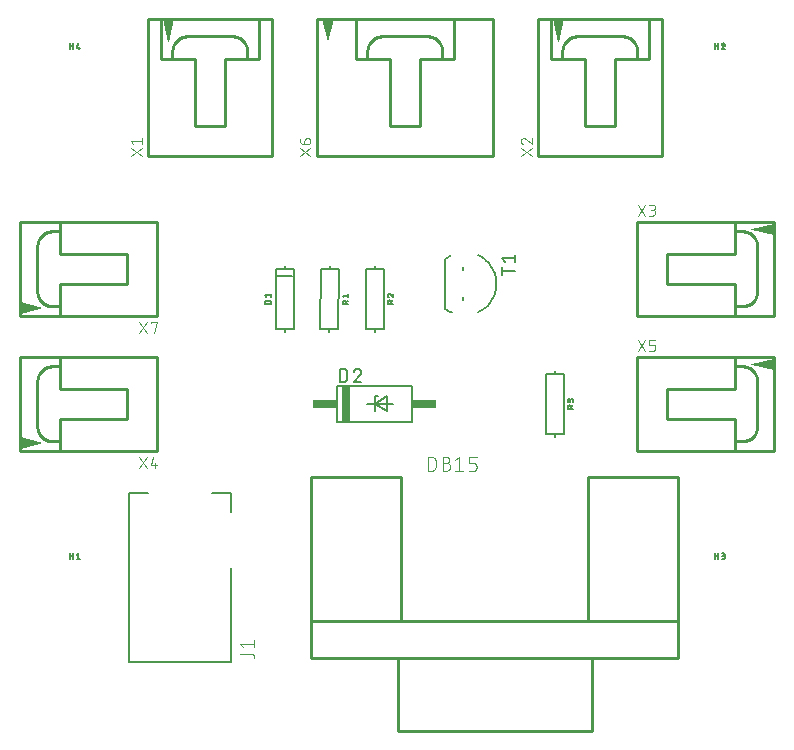
<source format=gbr>
G04 EAGLE Gerber X2 export*
%TF.Part,Single*%
%TF.FileFunction,Legend,Top,1*%
%TF.FilePolarity,Positive*%
%TF.GenerationSoftware,Autodesk,EAGLE,8.6.0*%
%TF.CreationDate,2018-02-20T16:43:01Z*%
G75*
%MOIN*%
%FSLAX34Y34*%
%LPD*%
%AMOC8*
5,1,8,0,0,1.08239X$1,22.5*%
G01*
%ADD10C,0.008000*%
%ADD11C,0.005000*%
%ADD12C,0.006000*%
%ADD13R,0.030000X0.120000*%
%ADD14R,0.080000X0.030000*%
%ADD15C,0.010000*%
%ADD16C,0.004000*%

G36*
X23315Y23616D02*
X23315Y23616D01*
X23316Y23616D01*
X23317Y23617D01*
X23319Y23618D01*
X23319Y23619D01*
X23320Y23619D01*
X23322Y23624D01*
X23322Y23625D01*
X23322Y24000D01*
X23321Y24002D01*
X23321Y24004D01*
X23320Y24004D01*
X23320Y24005D01*
X23319Y24006D01*
X23317Y24008D01*
X23316Y24009D01*
X23311Y24009D01*
X23310Y24009D01*
X22560Y23821D01*
X22559Y23821D01*
X22558Y23820D01*
X22556Y23819D01*
X22556Y23818D01*
X22555Y23818D01*
X22554Y23816D01*
X22553Y23814D01*
X22553Y23813D01*
X22554Y23811D01*
X22554Y23809D01*
X22554Y23808D01*
X22555Y23808D01*
X22555Y23807D01*
X22558Y23805D01*
X22559Y23804D01*
X22560Y23804D01*
X23310Y23616D01*
X23312Y23616D01*
X23314Y23616D01*
X23315Y23616D01*
G37*
G36*
X-1811Y20991D02*
X-1811Y20991D01*
X-1810Y20991D01*
X-1060Y21179D01*
X-1059Y21179D01*
X-1058Y21180D01*
X-1056Y21181D01*
X-1056Y21182D01*
X-1055Y21182D01*
X-1054Y21184D01*
X-1053Y21186D01*
X-1053Y21187D01*
X-1054Y21189D01*
X-1054Y21191D01*
X-1054Y21192D01*
X-1055Y21192D01*
X-1055Y21193D01*
X-1058Y21195D01*
X-1059Y21196D01*
X-1060Y21196D01*
X-1810Y21384D01*
X-1812Y21384D01*
X-1814Y21384D01*
X-1815Y21384D01*
X-1816Y21384D01*
X-1817Y21383D01*
X-1819Y21382D01*
X-1819Y21381D01*
X-1820Y21381D01*
X-1822Y21376D01*
X-1822Y21375D01*
X-1822Y21000D01*
X-1821Y20998D01*
X-1821Y20996D01*
X-1820Y20996D01*
X-1820Y20995D01*
X-1819Y20994D01*
X-1817Y20992D01*
X-1816Y20991D01*
X-1811Y20991D01*
X-1811Y20991D01*
G37*
G36*
X23315Y19116D02*
X23315Y19116D01*
X23316Y19116D01*
X23317Y19117D01*
X23319Y19118D01*
X23319Y19119D01*
X23320Y19119D01*
X23322Y19124D01*
X23322Y19125D01*
X23322Y19500D01*
X23321Y19502D01*
X23321Y19504D01*
X23320Y19504D01*
X23320Y19505D01*
X23319Y19506D01*
X23317Y19508D01*
X23316Y19509D01*
X23311Y19509D01*
X23310Y19509D01*
X22560Y19321D01*
X22559Y19321D01*
X22558Y19320D01*
X22556Y19319D01*
X22556Y19318D01*
X22555Y19318D01*
X22554Y19316D01*
X22553Y19314D01*
X22553Y19313D01*
X22554Y19311D01*
X22554Y19309D01*
X22554Y19308D01*
X22555Y19308D01*
X22555Y19307D01*
X22558Y19305D01*
X22559Y19304D01*
X22560Y19304D01*
X23310Y19116D01*
X23312Y19116D01*
X23314Y19116D01*
X23315Y19116D01*
G37*
G36*
X-1811Y16491D02*
X-1811Y16491D01*
X-1810Y16491D01*
X-1060Y16679D01*
X-1059Y16679D01*
X-1058Y16680D01*
X-1056Y16681D01*
X-1056Y16682D01*
X-1055Y16682D01*
X-1054Y16684D01*
X-1053Y16686D01*
X-1053Y16687D01*
X-1054Y16689D01*
X-1054Y16691D01*
X-1054Y16692D01*
X-1055Y16692D01*
X-1055Y16693D01*
X-1058Y16695D01*
X-1059Y16696D01*
X-1060Y16696D01*
X-1810Y16884D01*
X-1812Y16884D01*
X-1814Y16884D01*
X-1815Y16884D01*
X-1816Y16884D01*
X-1817Y16883D01*
X-1819Y16882D01*
X-1819Y16881D01*
X-1820Y16881D01*
X-1822Y16876D01*
X-1822Y16875D01*
X-1822Y16500D01*
X-1821Y16498D01*
X-1821Y16496D01*
X-1820Y16496D01*
X-1820Y16495D01*
X-1819Y16494D01*
X-1817Y16492D01*
X-1816Y16491D01*
X-1811Y16491D01*
X-1811Y16491D01*
G37*
G36*
X16127Y30054D02*
X16127Y30054D01*
X16129Y30054D01*
X16130Y30055D01*
X16133Y30058D01*
X16133Y30059D01*
X16134Y30060D01*
X16321Y30810D01*
X16321Y30812D01*
X16322Y30814D01*
X16321Y30815D01*
X16321Y30816D01*
X16320Y30817D01*
X16319Y30819D01*
X16318Y30820D01*
X16313Y30822D01*
X16312Y30822D01*
X15937Y30822D01*
X15936Y30821D01*
X15934Y30821D01*
X15933Y30820D01*
X15932Y30820D01*
X15931Y30819D01*
X15930Y30817D01*
X15929Y30816D01*
X15928Y30811D01*
X15929Y30811D01*
X15929Y30810D01*
X16116Y30060D01*
X16116Y30059D01*
X16118Y30058D01*
X16119Y30056D01*
X16119Y30055D01*
X16122Y30054D01*
X16124Y30053D01*
X16127Y30054D01*
G37*
G36*
X3127Y30054D02*
X3127Y30054D01*
X3129Y30054D01*
X3130Y30055D01*
X3133Y30058D01*
X3133Y30059D01*
X3134Y30060D01*
X3321Y30810D01*
X3321Y30812D01*
X3322Y30814D01*
X3321Y30815D01*
X3321Y30816D01*
X3320Y30817D01*
X3319Y30819D01*
X3318Y30820D01*
X3313Y30822D01*
X3312Y30822D01*
X2937Y30822D01*
X2936Y30821D01*
X2934Y30821D01*
X2933Y30820D01*
X2932Y30820D01*
X2931Y30819D01*
X2930Y30817D01*
X2929Y30816D01*
X2928Y30811D01*
X2929Y30811D01*
X2929Y30810D01*
X3116Y30060D01*
X3116Y30059D01*
X3118Y30058D01*
X3119Y30056D01*
X3119Y30055D01*
X3122Y30054D01*
X3124Y30053D01*
X3127Y30054D01*
G37*
G36*
X8439Y30054D02*
X8439Y30054D01*
X8441Y30054D01*
X8442Y30054D01*
X8442Y30055D01*
X8443Y30055D01*
X8445Y30058D01*
X8446Y30059D01*
X8446Y30060D01*
X8634Y30810D01*
X8634Y30812D01*
X8634Y30814D01*
X8634Y30815D01*
X8634Y30816D01*
X8633Y30817D01*
X8632Y30819D01*
X8631Y30819D01*
X8631Y30820D01*
X8626Y30822D01*
X8625Y30822D01*
X8250Y30822D01*
X8248Y30821D01*
X8246Y30821D01*
X8246Y30820D01*
X8245Y30820D01*
X8244Y30819D01*
X8242Y30817D01*
X8241Y30816D01*
X8241Y30811D01*
X8241Y30810D01*
X8429Y30060D01*
X8429Y30059D01*
X8430Y30058D01*
X8431Y30056D01*
X8432Y30055D01*
X8434Y30054D01*
X8436Y30053D01*
X8437Y30053D01*
X8439Y30054D01*
G37*
D10*
X6700Y20500D02*
X6700Y22500D01*
X7000Y22500D01*
X7300Y22500D01*
X7300Y20500D01*
X7000Y20500D01*
X6700Y20500D01*
X7000Y22500D02*
X7000Y22600D01*
X7000Y20500D02*
X7000Y20400D01*
X6750Y22250D02*
X7250Y22250D01*
D11*
X6525Y21336D02*
X6335Y21336D01*
X6335Y21388D01*
X6337Y21402D01*
X6342Y21415D01*
X6351Y21425D01*
X6362Y21434D01*
X6374Y21439D01*
X6388Y21441D01*
X6472Y21441D01*
X6486Y21439D01*
X6499Y21434D01*
X6509Y21425D01*
X6518Y21414D01*
X6523Y21402D01*
X6525Y21388D01*
X6525Y21336D01*
X6377Y21559D02*
X6335Y21612D01*
X6525Y21612D01*
X6525Y21664D02*
X6525Y21559D01*
D12*
X8750Y17400D02*
X11250Y17400D01*
X11250Y18600D02*
X8750Y18600D01*
X11250Y18600D02*
X11250Y17400D01*
X8750Y17400D02*
X8750Y18600D01*
X9750Y18000D02*
X10000Y18000D01*
X10400Y18250D02*
X10400Y17750D01*
X10000Y18000D01*
X10600Y18000D01*
X10400Y18250D02*
X10000Y18000D01*
X10000Y17750D01*
X10000Y18250D02*
X10100Y18250D01*
X10000Y18250D02*
X10000Y18000D01*
D11*
X8825Y18725D02*
X8825Y19175D01*
X8950Y19175D01*
X8970Y19173D01*
X8989Y19169D01*
X9007Y19161D01*
X9023Y19151D01*
X9038Y19138D01*
X9051Y19123D01*
X9061Y19107D01*
X9069Y19089D01*
X9073Y19070D01*
X9075Y19050D01*
X9075Y18850D01*
X9073Y18830D01*
X9069Y18811D01*
X9061Y18793D01*
X9051Y18777D01*
X9038Y18762D01*
X9023Y18749D01*
X9007Y18739D01*
X8989Y18731D01*
X8970Y18727D01*
X8950Y18725D01*
X8825Y18725D01*
X9428Y19176D02*
X9448Y19174D01*
X9467Y19169D01*
X9485Y19161D01*
X9501Y19150D01*
X9515Y19136D01*
X9526Y19120D01*
X9534Y19102D01*
X9539Y19083D01*
X9541Y19063D01*
X9428Y19175D02*
X9405Y19173D01*
X9383Y19168D01*
X9362Y19159D01*
X9343Y19147D01*
X9325Y19132D01*
X9311Y19115D01*
X9299Y19096D01*
X9290Y19075D01*
X9502Y18975D02*
X9515Y18990D01*
X9526Y19006D01*
X9534Y19024D01*
X9538Y19043D01*
X9540Y19063D01*
X9503Y18975D02*
X9290Y18725D01*
X9540Y18725D01*
D13*
X9050Y18000D03*
D14*
X11650Y18000D03*
X8350Y18000D03*
D15*
X10770Y9515D02*
X10770Y7105D01*
X10770Y9515D02*
X7880Y9515D01*
X7880Y10765D01*
X7880Y15565D01*
X20120Y15555D02*
X20120Y10765D01*
X20120Y9515D01*
X17230Y9515D01*
X17230Y7105D01*
X10770Y7105D01*
X10770Y9515D02*
X17230Y9515D01*
X10880Y15565D02*
X7880Y15565D01*
X10880Y15565D02*
X10880Y10820D01*
X17120Y15555D02*
X20120Y15555D01*
X17120Y15555D02*
X17120Y10820D01*
X20120Y10765D02*
X7880Y10765D01*
D16*
X11770Y15770D02*
X11770Y16230D01*
X11898Y16230D01*
X11918Y16228D01*
X11938Y16224D01*
X11956Y16216D01*
X11973Y16206D01*
X11989Y16193D01*
X12002Y16177D01*
X12012Y16160D01*
X12020Y16142D01*
X12024Y16122D01*
X12026Y16102D01*
X12026Y15898D01*
X12024Y15878D01*
X12020Y15858D01*
X12012Y15840D01*
X12002Y15823D01*
X11989Y15807D01*
X11973Y15794D01*
X11956Y15784D01*
X11938Y15776D01*
X11918Y15772D01*
X11898Y15770D01*
X11770Y15770D01*
X12257Y16026D02*
X12384Y16026D01*
X12405Y16024D01*
X12426Y16019D01*
X12445Y16011D01*
X12463Y15999D01*
X12478Y15985D01*
X12491Y15968D01*
X12501Y15949D01*
X12508Y15929D01*
X12512Y15909D01*
X12512Y15887D01*
X12508Y15867D01*
X12501Y15847D01*
X12491Y15828D01*
X12478Y15811D01*
X12463Y15797D01*
X12445Y15785D01*
X12426Y15777D01*
X12405Y15772D01*
X12384Y15770D01*
X12257Y15770D01*
X12257Y16230D01*
X12384Y16230D01*
X12403Y16228D01*
X12421Y16223D01*
X12438Y16215D01*
X12453Y16203D01*
X12465Y16189D01*
X12475Y16173D01*
X12482Y16156D01*
X12486Y16137D01*
X12486Y16119D01*
X12482Y16100D01*
X12475Y16083D01*
X12465Y16067D01*
X12453Y16053D01*
X12438Y16041D01*
X12421Y16033D01*
X12403Y16028D01*
X12384Y16026D01*
X12685Y16128D02*
X12813Y16230D01*
X12813Y15770D01*
X12685Y15770D02*
X12941Y15770D01*
X13135Y15770D02*
X13288Y15770D01*
X13306Y15772D01*
X13323Y15776D01*
X13339Y15784D01*
X13354Y15794D01*
X13366Y15806D01*
X13376Y15821D01*
X13384Y15837D01*
X13388Y15854D01*
X13390Y15872D01*
X13391Y15872D02*
X13391Y15923D01*
X13390Y15923D02*
X13388Y15941D01*
X13384Y15958D01*
X13376Y15974D01*
X13366Y15989D01*
X13354Y16001D01*
X13339Y16011D01*
X13323Y16019D01*
X13306Y16023D01*
X13288Y16025D01*
X13288Y16026D02*
X13135Y16026D01*
X13135Y16230D01*
X13391Y16230D01*
D10*
X8786Y20496D02*
X8814Y22496D01*
X8786Y20496D02*
X8486Y20500D01*
X8186Y20504D01*
X8214Y22504D01*
X8514Y22500D01*
X8814Y22496D01*
X8486Y20500D02*
X8485Y20400D01*
X8514Y22500D02*
X8515Y22600D01*
D11*
X8923Y21335D02*
X9113Y21332D01*
X8923Y21335D02*
X8923Y21387D01*
X8923Y21388D02*
X8925Y21401D01*
X8930Y21414D01*
X8939Y21425D01*
X8950Y21433D01*
X8963Y21438D01*
X8977Y21440D01*
X8990Y21438D01*
X9003Y21433D01*
X9014Y21424D01*
X9022Y21413D01*
X9027Y21400D01*
X9029Y21386D01*
X9028Y21333D01*
X9029Y21396D02*
X9114Y21437D01*
X8968Y21547D02*
X8926Y21601D01*
X9116Y21598D01*
X9116Y21545D02*
X9117Y21651D01*
D10*
X10300Y22500D02*
X10300Y20500D01*
X10000Y20500D01*
X9700Y20500D01*
X9700Y22500D01*
X10000Y22500D01*
X10300Y22500D01*
X10000Y20500D02*
X10000Y20400D01*
X10000Y22500D02*
X10000Y22600D01*
D11*
X10425Y21340D02*
X10615Y21340D01*
X10425Y21340D02*
X10425Y21393D01*
X10427Y21407D01*
X10432Y21420D01*
X10441Y21430D01*
X10452Y21439D01*
X10464Y21444D01*
X10478Y21446D01*
X10492Y21444D01*
X10505Y21439D01*
X10515Y21430D01*
X10524Y21420D01*
X10529Y21407D01*
X10531Y21393D01*
X10531Y21340D01*
X10531Y21404D02*
X10615Y21446D01*
X10425Y21612D02*
X10427Y21624D01*
X10431Y21636D01*
X10439Y21646D01*
X10449Y21654D01*
X10461Y21658D01*
X10473Y21660D01*
X10425Y21612D02*
X10426Y21599D01*
X10430Y21587D01*
X10437Y21576D01*
X10445Y21567D01*
X10456Y21559D01*
X10467Y21554D01*
X10510Y21644D02*
X10499Y21653D01*
X10487Y21658D01*
X10473Y21660D01*
X10509Y21644D02*
X10615Y21554D01*
X10615Y21660D01*
D10*
X5193Y9406D02*
X1807Y9406D01*
X1807Y15035D01*
X2437Y15035D01*
X4563Y15035D02*
X5193Y15035D01*
X5193Y12535D02*
X5193Y9406D01*
X5193Y14406D02*
X5193Y15035D01*
D16*
X5520Y9673D02*
X5878Y9673D01*
X5896Y9671D01*
X5913Y9667D01*
X5929Y9659D01*
X5944Y9649D01*
X5956Y9637D01*
X5966Y9622D01*
X5974Y9606D01*
X5978Y9589D01*
X5980Y9571D01*
X5980Y9520D01*
X5622Y9881D02*
X5520Y10009D01*
X5980Y10009D01*
X5980Y9881D02*
X5980Y10137D01*
D10*
X16300Y17000D02*
X16300Y19000D01*
X16300Y17000D02*
X16000Y17000D01*
X15700Y17000D01*
X15700Y19000D01*
X16000Y19000D01*
X16300Y19000D01*
X16000Y17000D02*
X16000Y16900D01*
X16000Y19000D02*
X16000Y19100D01*
D11*
X16425Y17840D02*
X16615Y17840D01*
X16425Y17840D02*
X16425Y17893D01*
X16427Y17907D01*
X16432Y17920D01*
X16441Y17930D01*
X16452Y17939D01*
X16464Y17944D01*
X16478Y17946D01*
X16492Y17944D01*
X16505Y17939D01*
X16515Y17930D01*
X16524Y17920D01*
X16529Y17907D01*
X16531Y17893D01*
X16531Y17840D01*
X16531Y17904D02*
X16615Y17946D01*
X16615Y18054D02*
X16615Y18107D01*
X16613Y18121D01*
X16608Y18134D01*
X16599Y18144D01*
X16589Y18153D01*
X16576Y18158D01*
X16562Y18160D01*
X16548Y18158D01*
X16536Y18153D01*
X16525Y18144D01*
X16516Y18134D01*
X16511Y18121D01*
X16509Y18107D01*
X16425Y18117D02*
X16425Y18054D01*
X16425Y18117D02*
X16427Y18129D01*
X16432Y18140D01*
X16439Y18149D01*
X16450Y18155D01*
X16461Y18159D01*
X16473Y18159D01*
X16484Y18155D01*
X16495Y18149D01*
X16502Y18140D01*
X16507Y18129D01*
X16509Y18117D01*
X16509Y18075D01*
D15*
X6563Y30813D02*
X6125Y30813D01*
X2438Y30813D01*
X2437Y26250D01*
X4000Y27250D02*
X4000Y29500D01*
X4000Y27250D02*
X5000Y27250D01*
X5000Y29500D01*
X2875Y29500D02*
X2875Y30812D01*
X2875Y29500D02*
X3250Y29500D01*
X4000Y29500D01*
X5000Y29500D02*
X5750Y29500D01*
X6125Y29500D01*
X6125Y30813D01*
X3250Y29750D02*
X3250Y29500D01*
X3250Y29750D02*
X3252Y29794D01*
X3258Y29837D01*
X3267Y29879D01*
X3280Y29921D01*
X3297Y29961D01*
X3317Y30000D01*
X3340Y30037D01*
X3367Y30071D01*
X3396Y30104D01*
X3429Y30133D01*
X3463Y30160D01*
X3500Y30183D01*
X3539Y30203D01*
X3579Y30220D01*
X3621Y30233D01*
X3663Y30242D01*
X3706Y30248D01*
X3750Y30250D01*
X5250Y30250D01*
X5294Y30248D01*
X5337Y30242D01*
X5379Y30233D01*
X5421Y30220D01*
X5461Y30203D01*
X5500Y30183D01*
X5537Y30160D01*
X5571Y30133D01*
X5604Y30104D01*
X5633Y30071D01*
X5660Y30037D01*
X5683Y30000D01*
X5703Y29961D01*
X5720Y29921D01*
X5733Y29879D01*
X5742Y29837D01*
X5748Y29794D01*
X5750Y29750D01*
X5750Y29500D01*
X6563Y26250D02*
X2437Y26250D01*
X6563Y26250D02*
X6563Y30813D01*
D16*
X2230Y26270D02*
X1870Y26510D01*
X1870Y26270D02*
X2230Y26510D01*
X1950Y26650D02*
X1870Y26750D01*
X2230Y26750D01*
X2230Y26650D02*
X2230Y26850D01*
D15*
X19125Y30813D02*
X19563Y30813D01*
X19125Y30813D02*
X15438Y30813D01*
X15437Y26250D01*
X17000Y27250D02*
X17000Y29500D01*
X17000Y27250D02*
X18000Y27250D01*
X18000Y29500D01*
X15875Y29500D02*
X15875Y30812D01*
X15875Y29500D02*
X16250Y29500D01*
X17000Y29500D01*
X18000Y29500D02*
X18750Y29500D01*
X19125Y29500D01*
X19125Y30813D01*
X16250Y29750D02*
X16250Y29500D01*
X16250Y29750D02*
X16252Y29794D01*
X16258Y29837D01*
X16267Y29879D01*
X16280Y29921D01*
X16297Y29961D01*
X16317Y30000D01*
X16340Y30037D01*
X16367Y30071D01*
X16396Y30104D01*
X16429Y30133D01*
X16463Y30160D01*
X16500Y30183D01*
X16539Y30203D01*
X16579Y30220D01*
X16621Y30233D01*
X16663Y30242D01*
X16706Y30248D01*
X16750Y30250D01*
X18250Y30250D01*
X18294Y30248D01*
X18337Y30242D01*
X18379Y30233D01*
X18421Y30220D01*
X18461Y30203D01*
X18500Y30183D01*
X18537Y30160D01*
X18571Y30133D01*
X18604Y30104D01*
X18633Y30071D01*
X18660Y30037D01*
X18683Y30000D01*
X18703Y29961D01*
X18720Y29921D01*
X18733Y29879D01*
X18742Y29837D01*
X18748Y29794D01*
X18750Y29750D01*
X18750Y29500D01*
X19563Y26250D02*
X15437Y26250D01*
X19563Y26250D02*
X19563Y30813D01*
D16*
X15230Y26270D02*
X14870Y26510D01*
X14870Y26270D02*
X15230Y26510D01*
X14960Y26850D02*
X14942Y26848D01*
X14926Y26843D01*
X14910Y26835D01*
X14896Y26824D01*
X14885Y26810D01*
X14877Y26794D01*
X14872Y26778D01*
X14870Y26760D01*
X14872Y26739D01*
X14877Y26719D01*
X14886Y26700D01*
X14899Y26684D01*
X14914Y26669D01*
X14931Y26658D01*
X14950Y26650D01*
X15030Y26820D02*
X15019Y26830D01*
X15005Y26839D01*
X14991Y26845D01*
X14976Y26849D01*
X14960Y26850D01*
X15030Y26820D02*
X15230Y26650D01*
X15230Y26850D01*
D15*
X23313Y24063D02*
X23313Y20937D01*
X22000Y23000D02*
X19750Y23000D01*
X19750Y22000D01*
X22000Y22000D01*
X22000Y24063D02*
X23313Y24063D01*
X22000Y24063D02*
X22000Y23750D01*
X22000Y23000D01*
X22000Y22000D02*
X22000Y21250D01*
X22000Y20937D01*
X23313Y20937D01*
X22250Y23750D02*
X22000Y23750D01*
X22250Y23750D02*
X22294Y23748D01*
X22337Y23742D01*
X22379Y23733D01*
X22421Y23720D01*
X22461Y23703D01*
X22500Y23683D01*
X22537Y23660D01*
X22571Y23633D01*
X22604Y23604D01*
X22633Y23571D01*
X22660Y23537D01*
X22683Y23500D01*
X22703Y23461D01*
X22720Y23421D01*
X22733Y23379D01*
X22742Y23337D01*
X22748Y23294D01*
X22750Y23250D01*
X22750Y21750D01*
X22748Y21706D01*
X22742Y21663D01*
X22733Y21621D01*
X22720Y21579D01*
X22703Y21539D01*
X22683Y21500D01*
X22660Y21463D01*
X22633Y21429D01*
X22604Y21396D01*
X22571Y21367D01*
X22537Y21340D01*
X22500Y21317D01*
X22461Y21297D01*
X22421Y21280D01*
X22379Y21267D01*
X22337Y21258D01*
X22294Y21252D01*
X22250Y21250D01*
X22000Y21250D01*
X22000Y24063D02*
X18750Y24063D01*
X18750Y20937D01*
X22000Y20937D01*
D16*
X18770Y24270D02*
X19010Y24630D01*
X18770Y24630D02*
X19010Y24270D01*
X19150Y24270D02*
X19250Y24270D01*
X19268Y24272D01*
X19286Y24277D01*
X19303Y24285D01*
X19317Y24296D01*
X19330Y24310D01*
X19340Y24325D01*
X19346Y24343D01*
X19350Y24361D01*
X19350Y24379D01*
X19346Y24397D01*
X19340Y24415D01*
X19330Y24430D01*
X19317Y24444D01*
X19303Y24455D01*
X19286Y24463D01*
X19268Y24468D01*
X19250Y24470D01*
X19270Y24630D02*
X19150Y24630D01*
X19270Y24630D02*
X19287Y24628D01*
X19303Y24623D01*
X19317Y24615D01*
X19329Y24604D01*
X19339Y24590D01*
X19346Y24575D01*
X19350Y24558D01*
X19350Y24542D01*
X19346Y24525D01*
X19339Y24510D01*
X19329Y24496D01*
X19317Y24485D01*
X19303Y24477D01*
X19287Y24472D01*
X19270Y24470D01*
X19190Y24470D01*
D15*
X-1813Y19563D02*
X-1813Y16437D01*
X-500Y17500D02*
X1750Y17500D01*
X1750Y18500D01*
X-500Y18500D01*
X-500Y16437D02*
X-1813Y16437D01*
X-500Y16437D02*
X-500Y16750D01*
X-500Y17500D01*
X-500Y18500D02*
X-500Y19250D01*
X-500Y19563D01*
X-1813Y19563D01*
X-750Y16750D02*
X-500Y16750D01*
X-750Y16750D02*
X-794Y16752D01*
X-837Y16758D01*
X-879Y16767D01*
X-921Y16780D01*
X-961Y16797D01*
X-1000Y16817D01*
X-1037Y16840D01*
X-1071Y16867D01*
X-1104Y16896D01*
X-1133Y16929D01*
X-1160Y16963D01*
X-1183Y17000D01*
X-1203Y17039D01*
X-1220Y17079D01*
X-1233Y17121D01*
X-1242Y17163D01*
X-1248Y17206D01*
X-1250Y17250D01*
X-1250Y18750D01*
X-1248Y18794D01*
X-1242Y18837D01*
X-1233Y18879D01*
X-1220Y18921D01*
X-1203Y18961D01*
X-1183Y19000D01*
X-1160Y19037D01*
X-1133Y19071D01*
X-1104Y19104D01*
X-1071Y19133D01*
X-1037Y19160D01*
X-1000Y19183D01*
X-961Y19203D01*
X-921Y19220D01*
X-879Y19233D01*
X-837Y19242D01*
X-794Y19248D01*
X-750Y19250D01*
X-500Y19250D01*
X-500Y16437D02*
X2750Y16437D01*
X2750Y19563D01*
X-500Y19563D01*
D16*
X2390Y16230D02*
X2150Y15870D01*
X2390Y15870D02*
X2150Y16230D01*
X2610Y16230D02*
X2530Y15950D01*
X2730Y15950D01*
X2670Y16030D02*
X2670Y15870D01*
D15*
X23313Y16437D02*
X23313Y19563D01*
X22000Y18500D02*
X19750Y18500D01*
X19750Y17500D01*
X22000Y17500D01*
X22000Y19563D02*
X23313Y19563D01*
X22000Y19563D02*
X22000Y19250D01*
X22000Y18500D01*
X22000Y17500D02*
X22000Y16750D01*
X22000Y16437D01*
X23313Y16437D01*
X22250Y19250D02*
X22000Y19250D01*
X22250Y19250D02*
X22294Y19248D01*
X22337Y19242D01*
X22379Y19233D01*
X22421Y19220D01*
X22461Y19203D01*
X22500Y19183D01*
X22537Y19160D01*
X22571Y19133D01*
X22604Y19104D01*
X22633Y19071D01*
X22660Y19037D01*
X22683Y19000D01*
X22703Y18961D01*
X22720Y18921D01*
X22733Y18879D01*
X22742Y18837D01*
X22748Y18794D01*
X22750Y18750D01*
X22750Y17250D01*
X22748Y17206D01*
X22742Y17163D01*
X22733Y17121D01*
X22720Y17079D01*
X22703Y17039D01*
X22683Y17000D01*
X22660Y16963D01*
X22633Y16929D01*
X22604Y16896D01*
X22571Y16867D01*
X22537Y16840D01*
X22500Y16817D01*
X22461Y16797D01*
X22421Y16780D01*
X22379Y16767D01*
X22337Y16758D01*
X22294Y16752D01*
X22250Y16750D01*
X22000Y16750D01*
X22000Y19563D02*
X18750Y19563D01*
X18750Y16437D01*
X22000Y16437D01*
D16*
X18770Y19770D02*
X19010Y20130D01*
X18770Y20130D02*
X19010Y19770D01*
X19150Y19770D02*
X19270Y19770D01*
X19286Y19772D01*
X19301Y19776D01*
X19314Y19783D01*
X19327Y19793D01*
X19337Y19806D01*
X19344Y19819D01*
X19348Y19834D01*
X19350Y19850D01*
X19350Y19890D01*
X19348Y19906D01*
X19344Y19921D01*
X19337Y19934D01*
X19327Y19947D01*
X19314Y19957D01*
X19301Y19964D01*
X19286Y19968D01*
X19270Y19970D01*
X19150Y19970D01*
X19150Y20130D01*
X19350Y20130D01*
D15*
X13938Y30813D02*
X12625Y30813D01*
X8062Y30813D01*
X8062Y26250D01*
X13938Y26250D01*
X13938Y30813D01*
X10500Y29500D02*
X10500Y27250D01*
X11500Y27250D01*
X11500Y29500D01*
X9375Y29500D02*
X9375Y30812D01*
X9375Y29500D02*
X9750Y29500D01*
X10500Y29500D01*
X11500Y29500D02*
X12250Y29500D01*
X12625Y29500D01*
X12625Y30813D01*
X9750Y29750D02*
X9750Y29500D01*
X9750Y29750D02*
X9752Y29794D01*
X9758Y29837D01*
X9767Y29879D01*
X9780Y29921D01*
X9797Y29961D01*
X9817Y30000D01*
X9840Y30037D01*
X9867Y30071D01*
X9896Y30104D01*
X9929Y30133D01*
X9963Y30160D01*
X10000Y30183D01*
X10039Y30203D01*
X10079Y30220D01*
X10121Y30233D01*
X10163Y30242D01*
X10206Y30248D01*
X10250Y30250D01*
X11750Y30250D01*
X11794Y30248D01*
X11837Y30242D01*
X11879Y30233D01*
X11921Y30220D01*
X11961Y30203D01*
X12000Y30183D01*
X12037Y30160D01*
X12071Y30133D01*
X12104Y30104D01*
X12133Y30071D01*
X12160Y30037D01*
X12183Y30000D01*
X12203Y29961D01*
X12220Y29921D01*
X12233Y29879D01*
X12242Y29837D01*
X12248Y29794D01*
X12250Y29750D01*
X12250Y29500D01*
D16*
X7855Y26270D02*
X7495Y26510D01*
X7495Y26270D02*
X7855Y26510D01*
X7655Y26650D02*
X7655Y26770D01*
X7657Y26786D01*
X7661Y26801D01*
X7668Y26814D01*
X7678Y26827D01*
X7691Y26837D01*
X7704Y26844D01*
X7719Y26848D01*
X7735Y26850D01*
X7755Y26850D01*
X7773Y26848D01*
X7791Y26843D01*
X7808Y26835D01*
X7822Y26824D01*
X7835Y26810D01*
X7845Y26795D01*
X7851Y26777D01*
X7855Y26759D01*
X7855Y26741D01*
X7851Y26723D01*
X7845Y26705D01*
X7835Y26690D01*
X7822Y26676D01*
X7808Y26665D01*
X7791Y26657D01*
X7773Y26652D01*
X7755Y26650D01*
X7655Y26650D01*
X7632Y26652D01*
X7610Y26656D01*
X7589Y26664D01*
X7568Y26675D01*
X7550Y26689D01*
X7534Y26705D01*
X7520Y26723D01*
X7509Y26744D01*
X7501Y26765D01*
X7497Y26787D01*
X7495Y26810D01*
D15*
X-1813Y24063D02*
X-1813Y20937D01*
X-500Y22000D02*
X1750Y22000D01*
X1750Y23000D01*
X-500Y23000D01*
X-500Y20937D02*
X-1813Y20937D01*
X-500Y20937D02*
X-500Y21250D01*
X-500Y22000D01*
X-500Y23000D02*
X-500Y23750D01*
X-500Y24063D01*
X-1813Y24063D01*
X-750Y21250D02*
X-500Y21250D01*
X-750Y21250D02*
X-794Y21252D01*
X-837Y21258D01*
X-879Y21267D01*
X-921Y21280D01*
X-961Y21297D01*
X-1000Y21317D01*
X-1037Y21340D01*
X-1071Y21367D01*
X-1104Y21396D01*
X-1133Y21429D01*
X-1160Y21463D01*
X-1183Y21500D01*
X-1203Y21539D01*
X-1220Y21579D01*
X-1233Y21621D01*
X-1242Y21663D01*
X-1248Y21706D01*
X-1250Y21750D01*
X-1250Y23250D01*
X-1248Y23294D01*
X-1242Y23337D01*
X-1233Y23379D01*
X-1220Y23421D01*
X-1203Y23461D01*
X-1183Y23500D01*
X-1160Y23537D01*
X-1133Y23571D01*
X-1104Y23604D01*
X-1071Y23633D01*
X-1037Y23660D01*
X-1000Y23683D01*
X-961Y23703D01*
X-921Y23720D01*
X-879Y23733D01*
X-837Y23742D01*
X-794Y23748D01*
X-750Y23750D01*
X-500Y23750D01*
X-500Y20937D02*
X2750Y20937D01*
X2750Y24063D01*
X-500Y24063D01*
D16*
X2390Y20730D02*
X2150Y20370D01*
X2390Y20370D02*
X2150Y20730D01*
X2530Y20730D02*
X2530Y20690D01*
X2530Y20730D02*
X2730Y20730D01*
X2630Y20370D01*
D11*
X-164Y13015D02*
X-164Y12825D01*
X-164Y12931D02*
X-59Y12931D01*
X-59Y13015D02*
X-59Y12825D01*
X59Y12973D02*
X112Y13015D01*
X112Y12825D01*
X164Y12825D02*
X59Y12825D01*
X21336Y29825D02*
X21336Y30015D01*
X21336Y29931D02*
X21441Y29931D01*
X21441Y30015D02*
X21441Y29825D01*
X21617Y30015D02*
X21629Y30013D01*
X21641Y30009D01*
X21651Y30001D01*
X21659Y29991D01*
X21663Y29979D01*
X21665Y29967D01*
X21617Y30015D02*
X21604Y30014D01*
X21592Y30010D01*
X21581Y30003D01*
X21572Y29995D01*
X21564Y29984D01*
X21559Y29973D01*
X21648Y29930D02*
X21657Y29941D01*
X21662Y29953D01*
X21664Y29967D01*
X21649Y29931D02*
X21559Y29825D01*
X21664Y29825D01*
X21336Y13015D02*
X21336Y12825D01*
X21336Y12931D02*
X21441Y12931D01*
X21441Y13015D02*
X21441Y12825D01*
X21559Y12825D02*
X21612Y12825D01*
X21626Y12827D01*
X21639Y12832D01*
X21649Y12841D01*
X21658Y12852D01*
X21663Y12864D01*
X21665Y12878D01*
X21663Y12892D01*
X21658Y12905D01*
X21649Y12915D01*
X21639Y12924D01*
X21626Y12929D01*
X21612Y12931D01*
X21622Y13015D02*
X21559Y13015D01*
X21622Y13015D02*
X21634Y13013D01*
X21645Y13008D01*
X21654Y13001D01*
X21660Y12990D01*
X21664Y12979D01*
X21664Y12967D01*
X21660Y12956D01*
X21654Y12945D01*
X21645Y12938D01*
X21634Y12933D01*
X21622Y12931D01*
X21580Y12931D01*
X-164Y29825D02*
X-164Y30015D01*
X-164Y29931D02*
X-59Y29931D01*
X-59Y30015D02*
X-59Y29825D01*
X59Y29867D02*
X101Y30015D01*
X59Y29867D02*
X164Y29867D01*
X133Y29909D02*
X133Y29825D01*
X12350Y22825D02*
X12350Y21175D01*
X13447Y21050D02*
X13504Y21079D01*
X13560Y21112D01*
X13613Y21147D01*
X13664Y21187D01*
X13712Y21229D01*
X13758Y21274D01*
X13801Y21321D01*
X13841Y21371D01*
X13878Y21424D01*
X13911Y21479D01*
X13942Y21535D01*
X13968Y21594D01*
X13991Y21654D01*
X14011Y21715D01*
X14026Y21777D01*
X14038Y21840D01*
X14046Y21904D01*
X14050Y21968D01*
X14050Y22032D01*
X14046Y22096D01*
X14038Y22160D01*
X14026Y22223D01*
X14011Y22285D01*
X13991Y22346D01*
X13968Y22406D01*
X13942Y22465D01*
X13911Y22521D01*
X13878Y22576D01*
X13841Y22629D01*
X13801Y22679D01*
X13758Y22726D01*
X13712Y22771D01*
X13664Y22813D01*
X13613Y22853D01*
X13560Y22888D01*
X13504Y22921D01*
X13447Y22950D01*
X12553Y22950D02*
X12499Y22923D01*
X12448Y22893D01*
X12398Y22860D01*
X12350Y22825D01*
X12950Y22553D02*
X12950Y22447D01*
X12950Y21553D02*
X12950Y21447D01*
X12562Y21046D02*
X12506Y21073D01*
X12452Y21104D01*
X12400Y21138D01*
X12350Y21175D01*
X14225Y22430D02*
X14675Y22430D01*
X14225Y22305D02*
X14225Y22555D01*
X14325Y22725D02*
X14225Y22850D01*
X14675Y22850D01*
X14675Y22725D02*
X14675Y22975D01*
M02*

</source>
